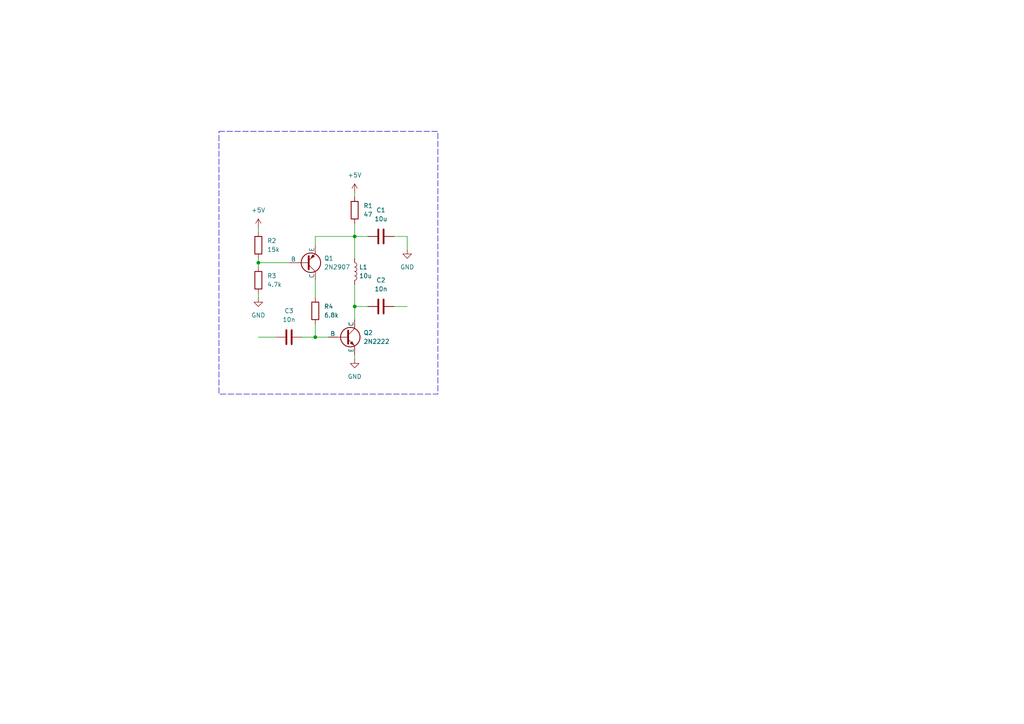
<source format=kicad_sch>
(kicad_sch (version 20231120) (generator "eeschema") (generator_version "8.0")
  (paper "A4")
  (lib_symbols
    (symbol "Device:C" (pin_numbers hide) (pin_names (offset 0.254))
      (property "Reference" "C" (at 0.635 2.54 0))
      (property "Value" "C" (at 0.635 -2.54 0))
      (symbol "C_0_1"
        (polyline (pts (xy -2.032 -0.762) (xy 2.032 -0.762)) (stroke (width 0.508)))
        (polyline (pts (xy -2.032 0.762) (xy 2.032 0.762)) (stroke (width 0.508)))
      )
      (symbol "C_1_1"
        (pin passive line (at 0 3.81 270) (length 2.794) (name "~") (number "1"))
        (pin passive line (at 0 -3.81 90) (length 2.794) (name "~") (number "2"))
      )
    )
    (symbol "Device:L" (pin_numbers hide) (pin_names (offset 1.016) hide)
      (property "Reference" "L" (at -1.27 0 90))
      (property "Value" "L" (at 1.905 0 90))
      (symbol "L_0_1"
        (arc (start 0 -2.54) (mid 0.6323 -1.905) (end 0 -1.27))
        (arc (start 0 -1.27) (mid 0.6323 -0.635) (end 0 0))
        (arc (start 0 0) (mid 0.6323 0.635) (end 0 1.27))
        (arc (start 0 1.27) (mid 0.6323 1.905) (end 0 2.54))
      )
      (symbol "L_1_1"
        (pin passive line (at 0 3.81 270) (length 1.27) (name "1") (number "1"))
        (pin passive line (at 0 -3.81 90) (length 1.27) (name "2") (number "2"))
      )
    )
    (symbol "Device:R" (pin_numbers hide) (pin_names (offset 0))
      (property "Reference" "R" (at 2.032 0 90))
      (property "Value" "R" (at 0 0 90))
      (symbol "R_0_1"
        (rectangle (start -1.016 -2.54) (end 1.016 2.54) (stroke (width 0.254)))
      )
      (symbol "R_1_1"
        (pin passive line (at 0 3.81 270) (length 1.27) (name "~") (number "1"))
        (pin passive line (at 0 -3.81 90) (length 1.27) (name "~") (number "2"))
      )
    )
    (symbol "Simulation_SPICE:NPN" (pin_numbers hide) (pin_names (offset 0))
      (property "Reference" "Q" (at -2.54 7.62 0))
      (property "Value" "NPN" (at -2.54 5.08 0))
      (symbol "NPN_0_1"
        (polyline (pts (xy -2.54 0) (xy 0.635 0)) (stroke (width 0.1524)))
        (polyline (pts (xy 0.635 0.635) (xy 2.54 2.54)))
        (polyline (pts (xy 2.794 -1.27) (xy 2.794 -1.27)) (stroke (width 0.1524)))
        (polyline (pts (xy 2.794 -1.27) (xy 2.794 -1.27)) (stroke (width 0.1524)))
        (polyline (pts (xy 0.635 -0.635) (xy 2.54 -2.54) (xy 2.54 -2.54)))
        (polyline (pts (xy 0.635 1.905) (xy 0.635 -1.905) (xy 0.635 -1.905)) (stroke (width 0.508)))
        (polyline (pts (xy 1.27 -1.778) (xy 1.778 -1.27) (xy 2.286 -2.286) (xy 1.27 -1.778) (xy 1.27 -1.778)) (fill (type outline)))
        (circle (center 1.27 0) (radius 2.8194) (stroke (width 0.254)))
      )
      (symbol "NPN_1_1"
        (pin open_collector line (at 2.54 5.08 270) (length 2.54) (name "C") (number "1"))
        (pin input line (at -5.08 0 0) (length 2.54) (name "B") (number "2"))
        (pin open_emitter line (at 2.54 -5.08 90) (length 2.54) (name "E") (number "3"))
      )
    )
    (symbol "Simulation_SPICE:PNP" (pin_numbers hide) (pin_names (offset 0))
      (property "Reference" "Q" (at -2.54 7.62 0))
      (property "Value" "PNP" (at -2.54 5.08 0))
      (symbol "PNP_0_1"
        (polyline (pts (xy -2.54 0) (xy 0.635 0)) (stroke (width 0.1524)))
        (polyline (pts (xy 0.635 0.635) (xy 2.54 2.54)))
        (polyline (pts (xy 0.635 -0.635) (xy 2.54 -2.54) (xy 2.54 -2.54)))
        (polyline (pts (xy 0.635 1.905) (xy 0.635 -1.905) (xy 0.635 -1.905)) (stroke (width 0.508)))
        (polyline (pts (xy 2.286 -1.778) (xy 1.778 -2.286) (xy 1.27 -1.27) (xy 2.286 -1.778) (xy 2.286 -1.778)) (fill (type outline)))
        (circle (center 1.27 0) (radius 2.8194) (stroke (width 0.254)))
      )
      (symbol "PNP_1_1"
        (pin open_collector line (at 2.54 5.08 270) (length 2.54) (name "C") (number "1"))
        (pin input line (at -5.08 0 0) (length 2.54) (name "B") (number "2"))
        (pin open_emitter line (at 2.54 -5.08 90) (length 2.54) (name "E") (number "3"))
      )
    )
    (symbol "power:+5V" (power) (pin_numbers hide) (pin_names (offset 0) hide)
      (property "Value" "+5V" (at 0 3.556 0))
      (symbol "+5V_0_1"
        (polyline (pts (xy -0.762 1.27) (xy 0 2.54)))
        (polyline (pts (xy 0 0) (xy 0 2.54)))
        (polyline (pts (xy 0 2.54) (xy 0.762 1.27)))
      )
      (symbol "+5V_1_1"
        (pin power_in line (at 0 0 90) (length 0) (name "~") (number "1"))
      )
    )
    (symbol "power:GND" (power) (pin_numbers hide) (pin_names (offset 0) hide)
      (property "Value" "GND" (at 0 -3.81 0))
      (symbol "GND_0_1"
        (polyline (pts (xy 0 0) (xy 0 -1.27) (xy 1.27 -1.27) (xy 0 -2.54) (xy -1.27 -1.27) (xy 0 -1.27)))
      )
      (symbol "GND_1_1"
        (pin power_in line (at 0 0 270) (length 0) (name "~") (number "1"))
      )
    )
  )
  (junction (at 74.93 76.2))
  (junction (at 102.87 88.9))
  (junction (at 91.44 97.79))
  (junction (at 102.87 68.58))
  (wire (pts (xy 91.44 81.28) (xy 91.44 86.36)))
  (wire (pts (xy 91.44 68.58) (xy 102.87 68.58)))
  (wire (pts (xy 74.93 97.79) (xy 80.01 97.79)))
  (wire (pts (xy 102.87 88.9) (xy 106.68 88.9)))
  (wire (pts (xy 91.44 71.12) (xy 91.44 68.58)))
  (wire (pts (xy 114.3 88.9) (xy 118.11 88.9)))
  (wire (pts (xy 114.3 68.58) (xy 118.11 68.58)))
  (wire (pts (xy 74.93 85.09) (xy 74.93 86.36)))
  (wire (pts (xy 118.11 68.58) (xy 118.11 72.39)))
  (wire (pts (xy 74.93 66.04) (xy 74.93 67.31)))
  (wire (pts (xy 102.87 88.9) (xy 102.87 92.71)))
  (wire (pts (xy 74.93 76.2) (xy 83.82 76.2)))
  (wire (pts (xy 74.93 74.93) (xy 74.93 76.2)))
  (wire (pts (xy 95.25 97.79) (xy 91.44 97.79)))
  (wire (pts (xy 102.87 55.88) (xy 102.87 57.15)))
  (wire (pts (xy 91.44 97.79) (xy 91.44 93.98)))
  (wire (pts (xy 87.63 97.79) (xy 91.44 97.79)))
  (wire (pts (xy 102.87 68.58) (xy 102.87 64.77)))
  (wire (pts (xy 102.87 68.58) (xy 102.87 74.93)))
  (wire (pts (xy 74.93 76.2) (xy 74.93 77.47)))
  (wire (pts (xy 102.87 82.55) (xy 102.87 88.9)))
  (wire (pts (xy 106.68 68.58) (xy 102.87 68.58)))
  (wire (pts (xy 102.87 102.87) (xy 102.87 104.14)))
  (rectangle (start 63.5 38.1) (end 127 114.3) (stroke (width 0) (type dash)))
  (symbol (lib_id "Device:L") (at 102.87 78.74 0) (unit 1)
    (property "Reference" "L1" (at 104.14 77.4699 0) (effects (justify left)))
    (property "Value" "10u" (at 104.14 80.0099 0) (effects (justify left)))
    (property "Description" "Inductor" (effects (hide yes)))
  )
  (symbol (lib_id "Device:C") (at 110.49 88.9 90) (unit 1)
    (property "Reference" "C2" (at 110.49 81.28 90))
    (property "Value" "10n" (at 110.49 83.82 90))
    (property "Description" "Unpolarized capacitor" (effects (hide yes)))
  )
  (symbol (lib_id "Device:R") (at 74.93 71.12 0) (unit 1)
    (property "Reference" "R2" (at 77.47 69.8499 0) (effects (justify left)))
    (property "Value" "15k" (at 77.47 72.3899 0) (effects (justify left)))
    (property "Description" "Resistor" (effects (hide yes)))
  )
  (symbol (lib_id "power:+5V") (at 102.87 55.88 0) (unit 1)
    (property "Reference" "#PWR01" (effects (hide yes)))
    (property "Value" "+5V" (at 102.87 50.8 0))
    (property "Description" "Power symbol creates a global label with name \"+5V\"" (effects (hide yes)))
  )
  (symbol (lib_id "Device:R") (at 102.87 60.96 0) (unit 1)
    (property "Reference" "R1" (at 105.41 59.6899 0) (effects (justify left)))
    (property "Value" "47" (at 105.41 62.2299 0) (effects (justify left)))
    (property "Description" "Resistor" (effects (hide yes)))
  )
  (symbol (lib_id "Device:C") (at 83.82 97.79 90) (unit 1)
    (property "Reference" "C3" (at 83.82 90.17 90))
    (property "Value" "10n" (at 83.82 92.71 90))
    (property "Description" "Unpolarized capacitor" (effects (hide yes)))
  )
  (symbol (lib_id "Device:R") (at 91.44 90.17 0) (unit 1)
    (property "Reference" "R4" (at 93.98 88.8999 0) (effects (justify left)))
    (property "Value" "6.8k" (at 93.98 91.4399 0) (effects (justify left)))
    (property "Description" "Resistor" (effects (hide yes)))
  )
  (symbol (lib_id "power:GND") (at 118.11 72.39 0) (unit 1)
    (property "Reference" "#PWR03" (effects (hide yes)))
    (property "Value" "GND" (at 118.11 77.47 0))
    (property "Description" "Power symbol creates a global label with name \"GND\" , ground" (effects (hide yes)))
  )
  (symbol (lib_id "power:GND") (at 74.93 86.36 0) (unit 1)
    (property "Reference" "#PWR04" (effects (hide yes)))
    (property "Value" "GND" (at 74.93 91.44 0))
    (property "Description" "Power symbol creates a global label with name \"GND\" , ground" (effects (hide yes)))
  )
  (symbol (lib_id "Device:R") (at 74.93 81.28 0) (unit 1)
    (property "Reference" "R3" (at 77.47 80.0099 0) (effects (justify left)))
    (property "Value" "4.7k" (at 77.47 82.5499 0) (effects (justify left)))
    (property "Description" "Resistor" (effects (hide yes)))
  )
  (symbol (lib_id "Device:C") (at 110.49 68.58 90) (unit 1)
    (property "Reference" "C1" (at 110.49 60.96 90))
    (property "Value" "10u" (at 110.49 63.5 90))
    (property "Description" "Unpolarized capacitor" (effects (hide yes)))
  )
  (symbol (lib_id "Simulation_SPICE:PNP") (at 88.9 76.2 0) (mirror x) (unit 1)
    (property "Reference" "Q1" (at 93.98 74.9299 0) (effects (justify left)))
    (property "Value" "2N2907" (at 93.98 77.4699 0) (effects (justify left)))
    (property "Datasheet" "https://ngspice.sourceforge.io/docs/ngspice-html-manual/manual.xhtml#cha_BJTs" (effects (hide yes)))
    (property "Description" "Bipolar transistor symbol for simulation only, substrate tied to the emitter" (effects (hide yes)))
    (property "Sim.Device" "PNP" (effects (hide yes)))
    (property "Sim.Type" "GUMMELPOON" (effects (hide yes)))
    (property "Sim.Pins" "1=C 2=B 3=E" (effects (hide yes)))
  )
  (symbol (lib_id "Simulation_SPICE:NPN") (at 100.33 97.79 0) (unit 1)
    (property "Reference" "Q2" (at 105.41 96.5199 0) (effects (justify left)))
    (property "Value" "2N2222" (at 105.41 99.0599 0) (effects (justify left)))
    (property "Datasheet" "https://ngspice.sourceforge.io/docs/ngspice-html-manual/manual.xhtml#cha_BJTs" (effects (hide yes)))
    (property "Description" "Bipolar transistor symbol for simulation only, substrate tied to the emitter" (effects (hide yes)))
    (property "Sim.Device" "NPN" (effects (hide yes)))
    (property "Sim.Type" "GUMMELPOON" (effects (hide yes)))
    (property "Sim.Pins" "1=C 2=B 3=E" (effects (hide yes)))
  )
  (symbol (lib_id "power:GND") (at 102.87 104.14 0) (unit 1)
    (property "Reference" "#PWR05" (effects (hide yes)))
    (property "Value" "GND" (at 102.87 109.22 0))
    (property "Description" "Power symbol creates a global label with name \"GND\" , ground" (effects (hide yes)))
  )
  (symbol (lib_id "power:+5V") (at 74.93 66.04 0) (unit 1)
    (property "Reference" "#PWR02" (effects (hide yes)))
    (property "Value" "+5V" (at 74.93 60.96 0))
    (property "Description" "Power symbol creates a global label with name \"+5V\"" (effects (hide yes)))
  )
)
</source>
